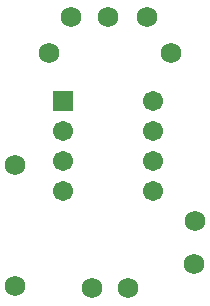
<source format=gbs>
G04 Layer: BottomSolderMaskLayer*
G04 EasyEDA v6.3.43, 2020-06-06T15:57:54+05:30*
G04 0c4f591c9b8d4e2986bfd51771ce5363,ce87656978294113a3ba7bd55cf5f399,10*
G04 Gerber Generator version 0.2*
G04 Scale: 100 percent, Rotated: No, Reflected: No *
G04 Dimensions in millimeters *
G04 leading zeros omitted , absolute positions ,3 integer and 3 decimal *
%FSLAX33Y33*%
%MOMM*%
G90*
G71D02*

%ADD19C,1.727200*%
%ADD20C,1.703197*%

%LPD*%
G54D19*
G01X13335Y1778D03*
G01X18923Y3810D03*
G01X8509Y24765D03*
G01X14986Y24765D03*
G01X10287Y1778D03*
G01X11684Y24765D03*
G01X19050Y7493D03*
G54D20*
G01X15494Y10033D03*
G01X15494Y12573D03*
G01X15494Y15113D03*
G01X15494Y17653D03*
G01X7874Y10033D03*
G01X7874Y12573D03*
G01X7874Y15113D03*
G36*
G01X7023Y16802D02*
G01X7023Y18503D01*
G01X8724Y18503D01*
G01X8724Y16802D01*
G01X7023Y16802D01*
G37*
G54D19*
G01X6660Y21717D03*
G01X16961Y21717D03*
G01X3810Y1961D03*
G01X3810Y12262D03*
M00*
M02*

</source>
